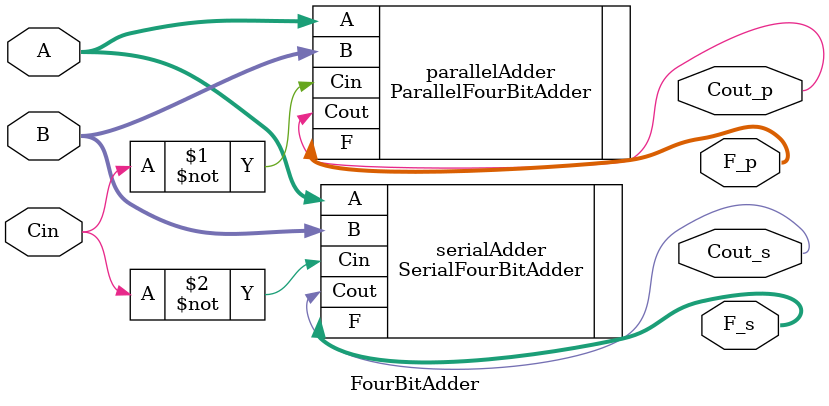
<source format=v>
module FourBitAdder(
  input     [3:0]   A,
  input     [3:0]   B,
  input             Cin,
  output    [3:0]   F_s, // serial addder
  output            Cout_s,
  output    [3:0]   F_p, // parallel adder
  output            Cout_p
);

ParallelFourBitAdder parallelAdder(.A(A), .B(B), .Cin(~Cin), .F(F_p), .Cout(Cout_p));

SerialFourBitAdder serialAdder(.A(A), .B(B), .Cin(~Cin), .F(F_s), .Cout(Cout_s));

endmodule // FourBitAdder
</source>
